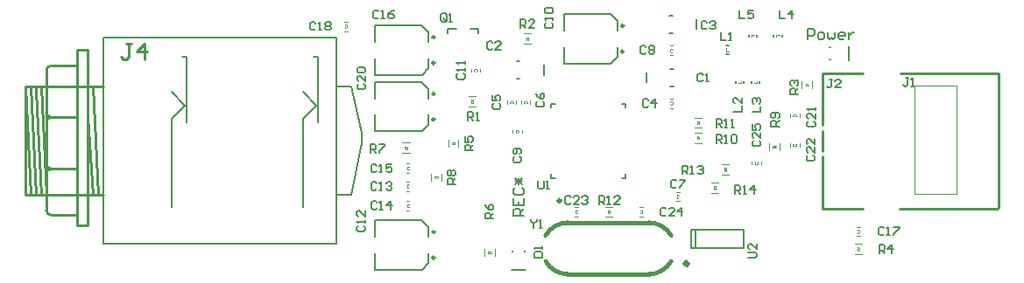
<source format=gto>
G04*
G04 #@! TF.GenerationSoftware,Altium Limited,Altium Designer,23.3.1 (30)*
G04*
G04 Layer_Color=65535*
%FSLAX44Y44*%
%MOMM*%
G71*
G04*
G04 #@! TF.SameCoordinates,32BE7C2C-7CF3-4A85-95D1-8DFA17E00509*
G04*
G04*
G04 #@! TF.FilePolarity,Positive*
G04*
G01*
G75*
%ADD10C,0.4000*%
%ADD11C,0.5000*%
%ADD12C,0.2500*%
%ADD13C,0.2540*%
%ADD14C,0.3000*%
%ADD15C,0.1000*%
%ADD16C,0.1500*%
%ADD17C,0.2000*%
%ADD18C,0.0500*%
%ADD19C,0.1270*%
D10*
X513730Y5960D02*
G03*
X535381Y18460I0J25000D01*
G01*
X414079D02*
G03*
X435730Y5960I21651J12500D01*
G01*
Y55960D02*
G03*
X414079Y43460I0J-25000D01*
G01*
X535381D02*
G03*
X513730Y55960I-21651J-12500D01*
G01*
X435730Y5960D02*
X513730D01*
X435730Y55960D02*
X513730D01*
D11*
X551300Y16110D02*
G03*
X551300Y16110I-1250J0D01*
G01*
D12*
X306940Y180990D02*
G03*
X306940Y180990I-1250J0D01*
G01*
Y155990D02*
G03*
X306940Y155990I-1250J0D01*
G01*
Y235790D02*
G03*
X306940Y235790I-1250J0D01*
G01*
Y210790D02*
G03*
X306940Y210790I-1250J0D01*
G01*
Y47010D02*
G03*
X306940Y47010I-1250J0D01*
G01*
Y22010D02*
G03*
X306940Y22010I-1250J0D01*
G01*
X489550Y246790D02*
G03*
X489550Y246790I-1250J0D01*
G01*
Y221790D02*
G03*
X489550Y221790I-1250J0D01*
G01*
D13*
X-63569Y108092D02*
G03*
X-68569Y103092I0J-5000D01*
G01*
Y113092D02*
G03*
X-63569Y108092I5000J0D01*
G01*
Y158092D02*
G03*
X-68569Y153092I0J-5000D01*
G01*
Y163092D02*
G03*
X-63569Y158092I5000J0D01*
G01*
Y208092D02*
G03*
X-68569Y203092I0J-5000D01*
G01*
Y68092D02*
G03*
X-63569Y63092I5000J0D01*
G01*
X756454Y69214D02*
X850980D01*
X682070Y69214D02*
Y119822D01*
Y69214D02*
X720827D01*
X682070Y144822D02*
X682070Y125685D01*
Y200254D02*
X720507D01*
X682070Y150685D02*
Y200254D01*
X756774D02*
X851640D01*
X851641Y70254D01*
X-88468Y82974D02*
Y188130D01*
X-83642D01*
X-78562Y188130D01*
X-73482Y188130D01*
X-23444Y188130D01*
X-13538Y188130D01*
X-88468Y82974D02*
X-83642D01*
X-78562D01*
X-73482D01*
X-68656D01*
X-23444D01*
X-18618D01*
X-13538D01*
X-28524Y53002D02*
Y158158D01*
Y223182D01*
X-38684Y53002D02*
X-28524D01*
X-38684D02*
Y63162D01*
X-68656Y103040D02*
Y113200D01*
Y153078D02*
Y162984D01*
X-63576Y208196D02*
X-38684Y208196D01*
Y223182D01*
X-28524Y223182D01*
X-38684Y63162D02*
Y108120D01*
Y158158D01*
Y208196D01*
X-68656Y82974D02*
Y103040D01*
Y67988D02*
Y82974D01*
X-63576Y108120D02*
X-38684D01*
X-68656Y113200D02*
Y153078D01*
X-63576Y158158D02*
X-38684D01*
X-68656Y162984D02*
Y203116D01*
X-63576Y63162D02*
X-38684D01*
X-23444Y188130D02*
X-18618Y82974D01*
X-28524Y158158D02*
X-23444Y82974D01*
X-73482Y188130D02*
X-68656Y82974D01*
X-78562Y183050D02*
X-73482Y82974D01*
X-78562Y183050D02*
X-78562Y188130D01*
X-83642Y188130D02*
X-78562Y82974D01*
X-88468Y188130D02*
X-83642Y82974D01*
X13353Y229681D02*
X8274D01*
X10814D01*
Y216985D01*
X8274Y214446D01*
X5735D01*
X3196Y216985D01*
X26049Y214446D02*
Y229681D01*
X18431Y222064D01*
X28588D01*
D14*
X428910Y77180D02*
G03*
X428910Y77180I-1500J0D01*
G01*
D15*
X712800Y25320D02*
X719800D01*
X712800Y35320D02*
X719800D01*
X671767Y185933D02*
Y192933D01*
X661767Y185933D02*
Y192933D01*
X574060Y84720D02*
X581060D01*
X574060Y94720D02*
X581060D01*
X584220Y102660D02*
X591220D01*
X584220Y112660D02*
X591220D01*
X471880Y61350D02*
X478880D01*
X471880Y71350D02*
X478880D01*
X557780Y147760D02*
X564780D01*
X557780Y157760D02*
X564780D01*
X557780Y133220D02*
X564780D01*
X557780Y143220D02*
X564780D01*
X639920Y125970D02*
Y132970D01*
X629920Y125970D02*
Y132970D01*
X303400Y96457D02*
Y103457D01*
X313400Y96457D02*
Y103457D01*
X275640Y133390D02*
X282640D01*
X275640Y123390D02*
X282640D01*
X319760Y129600D02*
Y136600D01*
X329760Y129600D02*
Y136600D01*
X364998Y23498D02*
Y30498D01*
X354998Y23498D02*
Y30498D01*
X392890Y229190D02*
X399890D01*
X392890Y239190D02*
X399890D01*
X339510Y178640D02*
X346510D01*
X339510Y168640D02*
X346510D01*
X714800Y42760D02*
X717800D01*
X714800Y51760D02*
X717800D01*
X613320Y112220D02*
Y115220D01*
X622320Y112220D02*
Y115220D01*
X504880Y61850D02*
X507880D01*
X504880Y70850D02*
X507880D01*
X442080Y70850D02*
X445080D01*
X442080Y61850D02*
X445080D01*
X650320Y129720D02*
Y132720D01*
X659320Y129720D02*
Y132720D01*
X659320Y158260D02*
Y161260D01*
X650320Y158260D02*
Y161260D01*
X219420Y241680D02*
X222420D01*
X219420Y250680D02*
X222420D01*
X279480Y113207D02*
X282480D01*
X279480Y104207D02*
X282480D01*
X279480Y76840D02*
X282480D01*
X279480Y67840D02*
X282480D01*
X279480Y95707D02*
X282480D01*
X279480Y86707D02*
X282480D01*
X351000Y202200D02*
Y205200D01*
X342000Y202200D02*
Y205200D01*
X390960Y142920D02*
Y145920D01*
X381960Y142920D02*
Y145920D01*
X534085Y227320D02*
X537085D01*
X534085Y218320D02*
X537085D01*
X540390Y85770D02*
X543390D01*
X540390Y76770D02*
X543390D01*
X399132Y171059D02*
Y174059D01*
X390132Y171059D02*
Y174059D01*
X385732Y171059D02*
Y174059D01*
X376732Y171059D02*
Y174059D01*
X534085Y167180D02*
X537085D01*
X534085Y176180D02*
X537085D01*
X715300Y28820D02*
Y31819D01*
X716799D01*
X717299Y31319D01*
Y30319D01*
X716799Y29820D01*
X715300D01*
X716300D02*
X717299Y28820D01*
X668267Y188433D02*
X665268D01*
Y189932D01*
X665768Y190432D01*
X666768D01*
X667267Y189932D01*
Y188433D01*
Y189433D02*
X668267Y190432D01*
X576560Y88220D02*
Y91219D01*
X578060D01*
X578559Y90719D01*
Y89719D01*
X578060Y89220D01*
X576560D01*
X577560D02*
X578559Y88220D01*
X586720Y106160D02*
Y109159D01*
X588220D01*
X588719Y108659D01*
Y107660D01*
X588220Y107160D01*
X586720D01*
X587720D02*
X588719Y106160D01*
X474380Y64850D02*
Y67849D01*
X475880D01*
X476379Y67349D01*
Y66350D01*
X475880Y65850D01*
X474380D01*
X475380D02*
X476379Y64850D01*
X560280Y151260D02*
Y154259D01*
X561780D01*
X562279Y153759D01*
Y152760D01*
X561780Y152260D01*
X560280D01*
X561280D02*
X562279Y151260D01*
X560280Y136720D02*
Y139719D01*
X561780D01*
X562279Y139219D01*
Y138219D01*
X561780Y137720D01*
X560280D01*
X561280D02*
X562279Y136720D01*
X636420Y128470D02*
X633421D01*
Y129970D01*
X633921Y130469D01*
X634921D01*
X635420Y129970D01*
Y128470D01*
Y129470D02*
X636420Y130469D01*
X306900Y100957D02*
X309899D01*
Y99457D01*
X309399Y98957D01*
X308400D01*
X307900Y99457D01*
Y100957D01*
Y99957D02*
X306900Y98957D01*
X280140Y129890D02*
Y126891D01*
X278640D01*
X278141Y127391D01*
Y128390D01*
X278640Y128890D01*
X280140D01*
X279140D02*
X278141Y129890D01*
X323260Y134100D02*
X326259D01*
Y132600D01*
X325759Y132101D01*
X324760D01*
X324260Y132600D01*
Y134100D01*
Y133100D02*
X323260Y132101D01*
X361498Y25998D02*
X358499D01*
Y27497D01*
X358999Y27997D01*
X359998D01*
X360498Y27497D01*
Y25998D01*
Y26998D02*
X361498Y27997D01*
X395390Y232690D02*
Y235689D01*
X396890D01*
X397390Y235189D01*
Y234189D01*
X396890Y233690D01*
X395390D01*
X396390D02*
X397390Y232690D01*
X344010Y175140D02*
Y172141D01*
X342511D01*
X342011Y172641D01*
Y173640D01*
X342511Y174140D01*
X344010D01*
X343010D02*
X342011Y175140D01*
X615799Y238180D02*
X612800D01*
Y236181D01*
X639879Y238180D02*
X636880D01*
Y236181D01*
X615521Y191160D02*
X618520D01*
Y193159D01*
X600221Y191160D02*
X603220D01*
Y193159D01*
X588760Y225089D02*
Y222090D01*
X590759D01*
X715301Y46261D02*
X715800Y45761D01*
X716800D01*
X717300Y46261D01*
Y48260D01*
X716800Y48760D01*
X715800D01*
X715301Y48260D01*
X616821Y114719D02*
X616321Y114220D01*
Y113220D01*
X616821Y112720D01*
X618820D01*
X619320Y113220D01*
Y114220D01*
X618820Y114719D01*
X505381Y65351D02*
X505881Y64851D01*
X506880D01*
X507380Y65351D01*
Y67350D01*
X506880Y67850D01*
X505881D01*
X505381Y67350D01*
X444579Y67349D02*
X444080Y67849D01*
X443080D01*
X442580Y67349D01*
Y65350D01*
X443080Y64850D01*
X444080D01*
X444579Y65350D01*
X653821Y132219D02*
X653321Y131719D01*
Y130720D01*
X653821Y130220D01*
X655820D01*
X656320Y130720D01*
Y131719D01*
X655820Y132219D01*
X655819Y158761D02*
X656319Y159260D01*
Y160260D01*
X655819Y160760D01*
X653820D01*
X653320Y160260D01*
Y159260D01*
X653820Y158761D01*
X219921Y245181D02*
X220420Y244681D01*
X221420D01*
X221920Y245181D01*
Y247180D01*
X221420Y247680D01*
X220420D01*
X219921Y247180D01*
X281979Y109706D02*
X281479Y110206D01*
X280480D01*
X279980Y109706D01*
Y107706D01*
X280480Y107207D01*
X281479D01*
X281979Y107706D01*
Y73339D02*
X281479Y73839D01*
X280480D01*
X279980Y73339D01*
Y71340D01*
X280480Y70840D01*
X281479D01*
X281979Y71340D01*
Y92206D02*
X281479Y92706D01*
X280480D01*
X279980Y92206D01*
Y90206D01*
X280480Y89707D01*
X281479D01*
X281979Y90206D01*
X347499Y202701D02*
X347999Y203200D01*
Y204200D01*
X347499Y204700D01*
X345500D01*
X345000Y204200D01*
Y203200D01*
X345500Y202701D01*
X387459Y143421D02*
X387959Y143920D01*
Y144920D01*
X387459Y145420D01*
X385460D01*
X384960Y144920D01*
Y143920D01*
X385460Y143421D01*
X536584Y223819D02*
X536085Y224319D01*
X535085D01*
X534585Y223819D01*
Y221820D01*
X535085Y221320D01*
X536085D01*
X536584Y221820D01*
X542890Y82269D02*
X542390Y82769D01*
X541390D01*
X540890Y82269D01*
Y80270D01*
X541390Y79770D01*
X542390D01*
X542890Y80270D01*
X395631Y171559D02*
X396131Y172059D01*
Y173059D01*
X395631Y173559D01*
X393632D01*
X393132Y173059D01*
Y172059D01*
X393632Y171559D01*
X382231D02*
X382731Y172059D01*
Y173059D01*
X382231Y173559D01*
X380232D01*
X379732Y173059D01*
Y172059D01*
X380232Y171559D01*
X534586Y170681D02*
X535086Y170181D01*
X536085D01*
X536585Y170681D01*
Y172680D01*
X536085Y173180D01*
X535086D01*
X534586Y172680D01*
D16*
X707002Y212998D02*
Y226998D01*
X381100Y10500D02*
X395100D01*
X-13538Y35476D02*
X211506D01*
X-13538D02*
Y82974D01*
Y188130D01*
X-13538Y235628D01*
X211506D01*
X211506Y188130D02*
X211506Y235628D01*
X211506Y35476D02*
Y82974D01*
Y188130D01*
Y82974D02*
X226492D01*
X236398Y133012D01*
X236398Y143172D01*
X226492Y188130D02*
X236398Y143172D01*
X211506Y188130D02*
X226492D01*
X52502Y70790D02*
Y156540D01*
X65502Y169540D01*
X52502Y182540D02*
X65502Y169540D01*
X63002Y216790D02*
X67252D01*
Y152790D02*
Y216790D01*
X179502Y70790D02*
Y156540D01*
X192502Y169540D01*
X179502Y182540D02*
X192502Y169540D01*
X190002Y216790D02*
X194252D01*
Y152790D02*
Y216790D01*
X393000Y62750D02*
X383003D01*
Y67748D01*
X384669Y69415D01*
X388002D01*
X389668Y67748D01*
Y62750D01*
Y66082D02*
X393000Y69415D01*
X383003Y79411D02*
Y72747D01*
X393000D01*
Y79411D01*
X388002Y72747D02*
Y76079D01*
X384669Y89408D02*
X383003Y87742D01*
Y84410D01*
X384669Y82744D01*
X391334D01*
X393000Y84410D01*
Y87742D01*
X391334Y89408D01*
X384669Y92740D02*
X391334Y99405D01*
Y92740D02*
X384669Y99405D01*
X388002Y92740D02*
Y99405D01*
X391334Y96073D02*
X384669D01*
X566276Y199256D02*
X564943Y200589D01*
X562277D01*
X560944Y199256D01*
Y193925D01*
X562277Y192592D01*
X564943D01*
X566276Y193925D01*
X568941Y192592D02*
X571607D01*
X570274D01*
Y200589D01*
X568941Y199256D01*
X362732Y230571D02*
X361399Y231903D01*
X358733D01*
X357400Y230571D01*
Y225239D01*
X358733Y223906D01*
X361399D01*
X362732Y225239D01*
X370729Y223906D02*
X365397D01*
X370729Y229238D01*
Y230571D01*
X369396Y231903D01*
X366730D01*
X365397Y230571D01*
X570032Y250140D02*
X568699Y251473D01*
X566033D01*
X564700Y250140D01*
Y244809D01*
X566033Y243476D01*
X568699D01*
X570032Y244809D01*
X572697Y250140D02*
X574030Y251473D01*
X576696D01*
X578029Y250140D01*
Y248808D01*
X576696Y247475D01*
X575363D01*
X576696D01*
X578029Y246142D01*
Y244809D01*
X576696Y243476D01*
X574030D01*
X572697Y244809D01*
X513407Y174625D02*
X512074Y175957D01*
X509408D01*
X508075Y174625D01*
Y169293D01*
X509408Y167960D01*
X512074D01*
X513407Y169293D01*
X520071Y167960D02*
Y175957D01*
X516073Y171959D01*
X521404D01*
X363821Y171502D02*
X362489Y170169D01*
Y167503D01*
X363821Y166170D01*
X369153D01*
X370486Y167503D01*
Y170169D01*
X369153Y171502D01*
X362489Y179499D02*
Y174167D01*
X366487D01*
X365154Y176833D01*
Y178166D01*
X366487Y179499D01*
X369153D01*
X370486Y178166D01*
Y175500D01*
X369153Y174167D01*
X406072Y173464D02*
X404739Y172131D01*
Y169465D01*
X406072Y168132D01*
X411403D01*
X412736Y169465D01*
Y172131D01*
X411403Y173464D01*
X404739Y181461D02*
X406072Y178795D01*
X408737Y176129D01*
X411403D01*
X412736Y177462D01*
Y180128D01*
X411403Y181461D01*
X410070D01*
X408737Y180128D01*
Y176129D01*
X540688Y96117D02*
X539355Y97449D01*
X536689D01*
X535356Y96117D01*
Y90785D01*
X536689Y89452D01*
X539355D01*
X540688Y90785D01*
X543354Y97449D02*
X548685D01*
Y96117D01*
X543354Y90785D01*
Y89452D01*
X511095Y226049D02*
X509762Y227381D01*
X507096D01*
X505763Y226049D01*
Y220717D01*
X507096Y219384D01*
X509762D01*
X511095Y220717D01*
X513760Y226049D02*
X515093Y227381D01*
X517759D01*
X519092Y226049D01*
Y224716D01*
X517759Y223383D01*
X519092Y222050D01*
Y220717D01*
X517759Y219384D01*
X515093D01*
X513760Y220717D01*
Y222050D01*
X515093Y223383D01*
X513760Y224716D01*
Y226049D01*
X515093Y223383D02*
X517759D01*
X383761Y119836D02*
X382429Y118503D01*
Y115837D01*
X383761Y114504D01*
X389093D01*
X390426Y115837D01*
Y118503D01*
X389093Y119836D01*
Y122501D02*
X390426Y123834D01*
Y126500D01*
X389093Y127833D01*
X383761D01*
X382429Y126500D01*
Y123834D01*
X383761Y122501D01*
X385094D01*
X386427Y123834D01*
Y127833D01*
X414557Y249626D02*
X413225Y248293D01*
Y245627D01*
X414557Y244294D01*
X419889D01*
X421222Y245627D01*
Y248293D01*
X419889Y249626D01*
X421222Y252291D02*
Y254957D01*
Y253624D01*
X413225D01*
X414557Y252291D01*
Y258956D02*
X413225Y260289D01*
Y262955D01*
X414557Y264288D01*
X419889D01*
X421222Y262955D01*
Y260289D01*
X419889Y258956D01*
X414557D01*
X329339Y200208D02*
X328007Y198875D01*
Y196209D01*
X329339Y194876D01*
X334671D01*
X336004Y196209D01*
Y198875D01*
X334671Y200208D01*
X336004Y202873D02*
Y205539D01*
Y204206D01*
X328007D01*
X329339Y202873D01*
X336004Y209538D02*
Y212204D01*
Y210871D01*
X328007D01*
X329339Y209538D01*
X232800Y52787D02*
X231467Y51455D01*
Y48789D01*
X232800Y47456D01*
X238131D01*
X239464Y48789D01*
Y51455D01*
X238131Y52787D01*
X239464Y55453D02*
Y58119D01*
Y56786D01*
X231467D01*
X232800Y55453D01*
X239464Y67449D02*
Y62118D01*
X234133Y67449D01*
X232800D01*
X231467Y66117D01*
Y63451D01*
X232800Y62118D01*
X250764Y94075D02*
X249431Y95408D01*
X246765D01*
X245432Y94075D01*
Y88743D01*
X246765Y87410D01*
X249431D01*
X250764Y88743D01*
X253429Y87410D02*
X256095D01*
X254762D01*
Y95408D01*
X253429Y94075D01*
X260094D02*
X261427Y95408D01*
X264093D01*
X265426Y94075D01*
Y92742D01*
X264093Y91409D01*
X262760D01*
X264093D01*
X265426Y90076D01*
Y88743D01*
X264093Y87410D01*
X261427D01*
X260094Y88743D01*
X251014Y75521D02*
X249681Y76853D01*
X247015D01*
X245682Y75521D01*
Y70189D01*
X247015Y68856D01*
X249681D01*
X251014Y70189D01*
X253680Y68856D02*
X256345D01*
X255012D01*
Y76853D01*
X253680Y75521D01*
X264343Y68856D02*
Y76853D01*
X260344Y72855D01*
X265676D01*
X250764Y111205D02*
X249431Y112538D01*
X246765D01*
X245432Y111205D01*
Y105873D01*
X246765Y104541D01*
X249431D01*
X250764Y105873D01*
X253429Y104541D02*
X256095D01*
X254762D01*
Y112538D01*
X253429Y111205D01*
X265426Y112538D02*
X260094D01*
Y108539D01*
X262760Y109872D01*
X264093D01*
X265426Y108539D01*
Y105873D01*
X264093Y104541D01*
X261427D01*
X260094Y105873D01*
X252702Y260442D02*
X251369Y261775D01*
X248703D01*
X247370Y260442D01*
Y255111D01*
X248703Y253778D01*
X251369D01*
X252702Y255111D01*
X255368Y253778D02*
X258033D01*
X256700D01*
Y261775D01*
X255368Y260442D01*
X267364Y261775D02*
X264698Y260442D01*
X262032Y257777D01*
Y255111D01*
X263365Y253778D01*
X266031D01*
X267364Y255111D01*
Y256444D01*
X266031Y257777D01*
X262032D01*
X191834Y249243D02*
X190501Y250575D01*
X187835D01*
X186502Y249243D01*
Y243911D01*
X187835Y242578D01*
X190501D01*
X191834Y243911D01*
X194500Y242578D02*
X197165D01*
X195833D01*
Y250575D01*
X194500Y249243D01*
X201164D02*
X202497Y250575D01*
X205163D01*
X206496Y249243D01*
Y247910D01*
X205163Y246577D01*
X206496Y245244D01*
Y243911D01*
X205163Y242578D01*
X202497D01*
X201164Y243911D01*
Y245244D01*
X202497Y246577D01*
X201164Y247910D01*
Y249243D01*
X202497Y246577D02*
X205163D01*
X233078Y190452D02*
X231745Y189119D01*
Y186453D01*
X233078Y185120D01*
X238409D01*
X239742Y186453D01*
Y189119D01*
X238409Y190452D01*
X239742Y198449D02*
Y193117D01*
X234410Y198449D01*
X233078D01*
X231745Y197116D01*
Y194450D01*
X233078Y193117D01*
Y201115D02*
X231745Y202448D01*
Y205114D01*
X233078Y206446D01*
X238409D01*
X239742Y205114D01*
Y202448D01*
X238409Y201115D01*
X233078D01*
X668114Y154068D02*
X666781Y152735D01*
Y150069D01*
X668114Y148736D01*
X673445D01*
X674778Y150069D01*
Y152735D01*
X673445Y154068D01*
X674778Y162065D02*
Y156733D01*
X669446Y162065D01*
X668114D01*
X666781Y160732D01*
Y158066D01*
X668114Y156733D01*
X674778Y164731D02*
Y167397D01*
Y166064D01*
X666781D01*
X668114Y164731D01*
X667462Y121175D02*
X666129Y119842D01*
Y117177D01*
X667462Y115844D01*
X672793D01*
X674126Y117177D01*
Y119842D01*
X672793Y121175D01*
X674126Y129173D02*
Y123841D01*
X668794Y129173D01*
X667462D01*
X666129Y127840D01*
Y125174D01*
X667462Y123841D01*
X674126Y137170D02*
Y131839D01*
X668794Y137170D01*
X667462D01*
X666129Y135837D01*
Y133171D01*
X667462Y131839D01*
X438516Y80381D02*
X437183Y81713D01*
X434517D01*
X433184Y80381D01*
Y75049D01*
X434517Y73716D01*
X437183D01*
X438516Y75049D01*
X446513Y73716D02*
X441181D01*
X446513Y79048D01*
Y80381D01*
X445180Y81713D01*
X442514D01*
X441181Y80381D01*
X449179D02*
X450512Y81713D01*
X453178D01*
X454510Y80381D01*
Y79048D01*
X453178Y77715D01*
X451845D01*
X453178D01*
X454510Y76382D01*
Y75049D01*
X453178Y73716D01*
X450512D01*
X449179Y75049D01*
X530576Y69161D02*
X529243Y70493D01*
X526577D01*
X525244Y69161D01*
Y63829D01*
X526577Y62496D01*
X529243D01*
X530576Y63829D01*
X538573Y62496D02*
X533242D01*
X538573Y67828D01*
Y69161D01*
X537240Y70493D01*
X534574D01*
X533242Y69161D01*
X545238Y62496D02*
Y70493D01*
X541239Y66495D01*
X546571D01*
X615058Y135338D02*
X613725Y134005D01*
Y131339D01*
X615058Y130006D01*
X620389D01*
X621722Y131339D01*
Y134005D01*
X620389Y135338D01*
X621722Y143335D02*
Y138004D01*
X616390Y143335D01*
X615058D01*
X613725Y142002D01*
Y139337D01*
X615058Y138004D01*
X613725Y151333D02*
Y146001D01*
X617723D01*
X616390Y148667D01*
Y150000D01*
X617723Y151333D01*
X620389D01*
X621722Y150000D01*
Y147334D01*
X620389Y146001D01*
X402849Y22226D02*
X410846D01*
Y26225D01*
X409513Y27558D01*
X404182D01*
X402849Y26225D01*
Y22226D01*
X410846Y30223D02*
Y32889D01*
Y31556D01*
X402849D01*
X404182Y30223D01*
X764887Y196201D02*
X762222D01*
X763555D01*
Y189537D01*
X762222Y188204D01*
X760889D01*
X759556Y189537D01*
X767553Y188204D02*
X770219D01*
X768886D01*
Y196201D01*
X767553Y194868D01*
X583282Y240451D02*
Y232454D01*
X588614D01*
X591279D02*
X593945D01*
X592612D01*
Y240451D01*
X591279Y239118D01*
X595599Y163682D02*
X603596D01*
Y169014D01*
Y177011D02*
Y171679D01*
X598264Y177011D01*
X596931D01*
X595599Y175678D01*
Y173012D01*
X596931Y171679D01*
X613829Y163182D02*
X621826D01*
Y168514D01*
X615162Y171179D02*
X613829Y172512D01*
Y175178D01*
X615162Y176511D01*
X616495D01*
X617828Y175178D01*
Y173845D01*
Y175178D01*
X619160Y176511D01*
X620493D01*
X621826Y175178D01*
Y172512D01*
X620493Y171179D01*
X640286Y261845D02*
Y253848D01*
X645618D01*
X652282D02*
Y261845D01*
X648283Y257847D01*
X653615D01*
X601410Y261845D02*
Y253848D01*
X606742D01*
X614739Y261845D02*
X609408D01*
Y257847D01*
X612073Y259180D01*
X613406D01*
X614739Y257847D01*
Y255181D01*
X613406Y253848D01*
X610740D01*
X609408Y255181D01*
X318074Y252329D02*
Y257661D01*
X316741Y258993D01*
X314075D01*
X312742Y257661D01*
Y252329D01*
X314075Y250996D01*
X316741D01*
X315408Y253662D02*
X318074Y250996D01*
X316741D02*
X318074Y252329D01*
X320740Y250996D02*
X323405D01*
X322072D01*
Y258993D01*
X320740Y257661D01*
X338918Y155204D02*
Y163201D01*
X342917D01*
X344250Y161868D01*
Y159203D01*
X342917Y157870D01*
X338918D01*
X341584D02*
X344250Y155204D01*
X346916D02*
X349581D01*
X348248D01*
Y163201D01*
X346916Y161868D01*
X389762Y244906D02*
Y252903D01*
X393761D01*
X395094Y251570D01*
Y248905D01*
X393761Y247572D01*
X389762D01*
X392428D02*
X395094Y244906D01*
X403091D02*
X397760D01*
X403091Y250238D01*
Y251570D01*
X401758Y252903D01*
X399092D01*
X397760Y251570D01*
X363528Y60186D02*
X355530D01*
Y64185D01*
X356863Y65518D01*
X359529D01*
X360862Y64185D01*
Y60186D01*
Y62852D02*
X363528Y65518D01*
X355530Y73515D02*
X356863Y70849D01*
X359529Y68183D01*
X362195D01*
X363528Y69516D01*
Y72182D01*
X362195Y73515D01*
X360862D01*
X359529Y72182D01*
Y68183D01*
X343868Y126000D02*
X335871D01*
Y129999D01*
X337203Y131332D01*
X339869D01*
X341202Y129999D01*
Y126000D01*
Y128666D02*
X343868Y131332D01*
X335871Y139329D02*
Y133997D01*
X339869D01*
X338536Y136663D01*
Y137996D01*
X339869Y139329D01*
X342535D01*
X343868Y137996D01*
Y135330D01*
X342535Y133997D01*
X244914Y123992D02*
Y131989D01*
X248913D01*
X250246Y130656D01*
Y127991D01*
X248913Y126658D01*
X244914D01*
X247580D02*
X250246Y123992D01*
X252911Y131989D02*
X258243D01*
Y130656D01*
X252911Y125325D01*
Y123992D01*
X327010Y93444D02*
X319012D01*
Y97443D01*
X320345Y98776D01*
X323011D01*
X324344Y97443D01*
Y93444D01*
Y96110D02*
X327010Y98776D01*
X320345Y101441D02*
X319012Y102774D01*
Y105440D01*
X320345Y106773D01*
X321678D01*
X323011Y105440D01*
X324344Y106773D01*
X325677D01*
X327010Y105440D01*
Y102774D01*
X325677Y101441D01*
X324344D01*
X323011Y102774D01*
X321678Y101441D01*
X320345D01*
X323011Y102774D02*
Y105440D01*
X639924Y149332D02*
X631927D01*
Y153331D01*
X633260Y154663D01*
X635925D01*
X637258Y153331D01*
Y149332D01*
Y151998D02*
X639924Y154663D01*
X638591Y157329D02*
X639924Y158662D01*
Y161328D01*
X638591Y162661D01*
X633260D01*
X631927Y161328D01*
Y158662D01*
X633260Y157329D01*
X634593D01*
X635925Y158662D01*
Y162661D01*
X578866Y133206D02*
Y141203D01*
X582865D01*
X584198Y139871D01*
Y137205D01*
X582865Y135872D01*
X578866D01*
X581532D02*
X584198Y133206D01*
X586864D02*
X589529D01*
X588196D01*
Y141203D01*
X586864Y139871D01*
X593528D02*
X594861Y141203D01*
X597527D01*
X598860Y139871D01*
Y134539D01*
X597527Y133206D01*
X594861D01*
X593528Y134539D01*
Y139871D01*
X578866Y148482D02*
Y156479D01*
X582865D01*
X584198Y155147D01*
Y152481D01*
X582865Y151148D01*
X578866D01*
X581532D02*
X584198Y148482D01*
X586864D02*
X589529D01*
X588196D01*
Y156479D01*
X586864Y155147D01*
X593528Y148482D02*
X596194D01*
X594861D01*
Y156479D01*
X593528Y155147D01*
X465772Y73804D02*
Y81802D01*
X469771D01*
X471104Y80469D01*
Y77803D01*
X469771Y76470D01*
X465772D01*
X468438D02*
X471104Y73804D01*
X473769D02*
X476435D01*
X475102D01*
Y81802D01*
X473769Y80469D01*
X485766Y73804D02*
X480434D01*
X485766Y79136D01*
Y80469D01*
X484433Y81802D01*
X481767D01*
X480434Y80469D01*
X546258Y103138D02*
Y111135D01*
X550257D01*
X551590Y109803D01*
Y107137D01*
X550257Y105804D01*
X546258D01*
X548924D02*
X551590Y103138D01*
X554255D02*
X556921D01*
X555588D01*
Y111135D01*
X554255Y109803D01*
X560920D02*
X562253Y111135D01*
X564919D01*
X566252Y109803D01*
Y108470D01*
X564919Y107137D01*
X563586D01*
X564919D01*
X566252Y105804D01*
Y104471D01*
X564919Y103138D01*
X562253D01*
X560920Y104471D01*
X597098Y84198D02*
Y92195D01*
X601097D01*
X602430Y90863D01*
Y88197D01*
X601097Y86864D01*
X597098D01*
X599764D02*
X602430Y84198D01*
X605095D02*
X607761D01*
X606428D01*
Y92195D01*
X605095Y90863D01*
X615759Y84198D02*
Y92195D01*
X611760Y88197D01*
X617092D01*
X406868Y96613D02*
Y89949D01*
X408201Y88616D01*
X410867D01*
X412200Y89949D01*
Y96613D01*
X414865Y88616D02*
X417531D01*
X416198D01*
Y96613D01*
X414865Y95281D01*
X609911Y22100D02*
X616575D01*
X617908Y23433D01*
Y26099D01*
X616575Y27432D01*
X609911D01*
X617908Y35429D02*
Y30097D01*
X612576Y35429D01*
X611244D01*
X609911Y34096D01*
Y31430D01*
X611244Y30097D01*
X400004Y59013D02*
Y57681D01*
X402670Y55015D01*
X405336Y57681D01*
Y59013D01*
X402670Y55015D02*
Y51016D01*
X408002D02*
X410667D01*
X409334D01*
Y59013D01*
X408002Y57681D01*
X691164Y194729D02*
X688498D01*
X689831D01*
Y188065D01*
X688498Y186732D01*
X687165D01*
X685832Y188065D01*
X699161Y186732D02*
X693829D01*
X699161Y192063D01*
Y193396D01*
X697828Y194729D01*
X695163D01*
X693829Y193396D01*
X667072Y233972D02*
Y243969D01*
X672070D01*
X673736Y242303D01*
Y238970D01*
X672070Y237304D01*
X667072D01*
X678735Y233972D02*
X682067D01*
X683733Y235638D01*
Y238970D01*
X682067Y240637D01*
X678735D01*
X677069Y238970D01*
Y235638D01*
X678735Y233972D01*
X687066Y240637D02*
Y235638D01*
X688732Y233972D01*
X690398Y235638D01*
X692064Y233972D01*
X693730Y235638D01*
Y240637D01*
X702061Y233972D02*
X698728D01*
X697062Y235638D01*
Y238970D01*
X698728Y240637D01*
X702061D01*
X703727Y238970D01*
Y237304D01*
X697062D01*
X707059Y240637D02*
Y233972D01*
Y237304D01*
X708725Y238970D01*
X710391Y240637D01*
X712058D01*
X658420Y180642D02*
X650423D01*
Y184641D01*
X651756Y185974D01*
X654421D01*
X655754Y184641D01*
Y180642D01*
Y183308D02*
X658420Y185974D01*
X651756Y188640D02*
X650423Y189972D01*
Y192638D01*
X651756Y193971D01*
X653088D01*
X654421Y192638D01*
Y191305D01*
Y192638D01*
X655754Y193971D01*
X657087D01*
X658420Y192638D01*
Y189972D01*
X657087Y188640D01*
X741268Y50494D02*
X739935Y51827D01*
X737269D01*
X735936Y50494D01*
Y45163D01*
X737269Y43830D01*
X739935D01*
X741268Y45163D01*
X743933Y43830D02*
X746599D01*
X745266D01*
Y51827D01*
X743933Y50494D01*
X750598Y51827D02*
X755930D01*
Y50494D01*
X750598Y45163D01*
Y43830D01*
X736680Y26374D02*
Y34371D01*
X740679D01*
X742012Y33038D01*
Y30373D01*
X740679Y29040D01*
X736680D01*
X739346D02*
X742012Y26374D01*
X748676D02*
Y34371D01*
X744678Y30373D01*
X750009D01*
D17*
X688502Y225998D02*
X689502D01*
X688502Y213998D02*
X689502D01*
X394100Y28000D02*
Y29000D01*
X382100Y28000D02*
Y29000D01*
X558850Y49110D02*
X558850Y31110D01*
X555100D02*
X605100D01*
X555100Y49110D02*
X605100D01*
X555100Y31110D02*
Y49110D01*
X605100Y31110D02*
Y49110D01*
X319260Y239540D02*
Y243540D01*
X327510Y243540D01*
X349260D02*
X349260Y239540D01*
X341010Y243540D02*
X349260D01*
X618300Y236180D02*
Y238180D01*
X610300Y236180D02*
Y238180D01*
X642380Y236180D02*
Y238180D01*
X634380Y236180D02*
Y238180D01*
X613020Y191160D02*
Y193160D01*
X621020Y191160D02*
Y193160D01*
X597720Y191160D02*
Y193160D01*
X605720Y191160D02*
Y193160D01*
X588760Y227590D02*
X590760D01*
X588760Y219590D02*
X590760D01*
X248940Y176490D02*
Y192490D01*
Y144490D02*
Y160490D01*
X300940Y150990D02*
Y160490D01*
X294440Y144490D02*
X300940Y150990D01*
X248940Y144490D02*
X294440D01*
X300940Y176490D02*
Y185490D01*
X293940Y192490D02*
X300940Y185490D01*
X248940Y192490D02*
X293940D01*
X248940Y231290D02*
Y247290D01*
Y199290D02*
Y215290D01*
X300940Y205790D02*
Y215290D01*
X294440Y199290D02*
X300940Y205790D01*
X248940Y199290D02*
X294440D01*
X300940Y231290D02*
Y240290D01*
X293940Y247290D02*
X300940Y240290D01*
X248940Y247290D02*
X293940D01*
X248940Y42510D02*
Y58510D01*
Y10510D02*
Y26510D01*
X300940Y17010D02*
Y26510D01*
X294440Y10510D02*
X300940Y17010D01*
X248940Y10510D02*
X294440D01*
X300940Y42510D02*
Y51510D01*
X293940Y58510D02*
X300940Y51510D01*
X248940Y58510D02*
X293940D01*
X431550Y242290D02*
Y258290D01*
Y210290D02*
Y226290D01*
X483550Y216790D02*
Y226290D01*
X477050Y210290D02*
X483550Y216790D01*
X431550Y210290D02*
X477050D01*
X483550Y242290D02*
Y251290D01*
X476550Y258290D02*
X483550Y251290D01*
X431550Y258290D02*
X476550D01*
X559710Y243400D02*
Y253400D01*
X533710Y256900D02*
X536710D01*
X533710Y239900D02*
X536710D01*
X412174Y199200D02*
Y209200D01*
X386174Y212700D02*
X389174D01*
X386174Y195700D02*
X389174D01*
X511460Y191780D02*
Y201780D01*
X534460Y188280D02*
X537460D01*
X534460Y205280D02*
X537460D01*
D18*
X770989Y188502D02*
X770989Y83511D01*
X810986Y83511D01*
Y188502D01*
X770989D02*
X810986D01*
D19*
X419410Y167280D02*
Y171180D01*
X423310D01*
X487510D02*
X491410D01*
Y167280D02*
Y171180D01*
Y99180D02*
Y103080D01*
X487510Y99180D02*
X491410D01*
X419410D02*
X423310Y99180D01*
X419410Y103080D02*
X419410Y99180D01*
M02*

</source>
